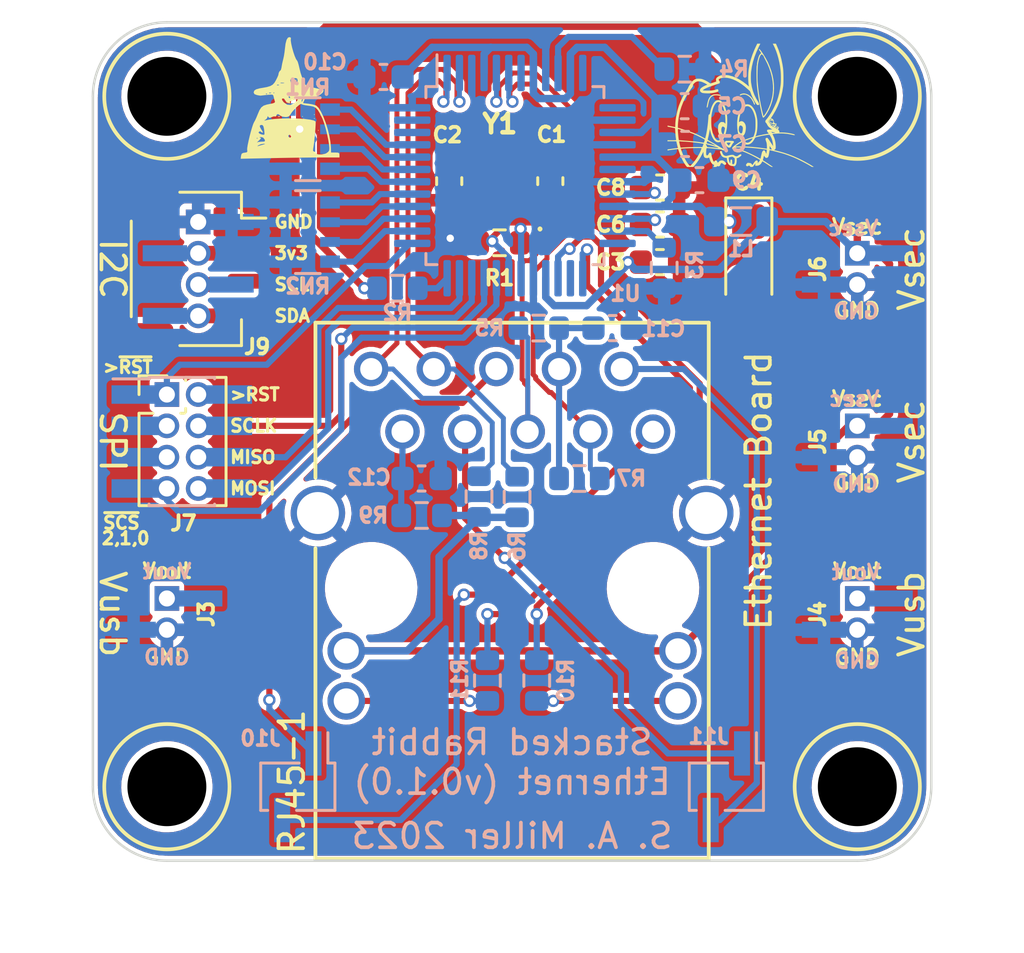
<source format=kicad_pcb>
(kicad_pcb (version 20211014) (generator pcbnew)
  (title_block (title "Ethernet") (rev "0.1.0") (company "The Nerd Mage"))
  (layers (0 "F.Cu" signal) (31 "B.Cu" signal) (34 "B.Paste" user) (35 "F.Paste" user) (36 "B.SilkS" user "B.Silkscreen") (37 "F.SilkS" user "F.Silkscreen") (38 "B.Mask" user) (39 "F.Mask" user) (44 "Edge.Cuts" user))
  (net 0 "")
  (net 1 "Vsec")
  (net 4 "SDA")
  (net 5 "SCL")
  (net 6 "Vcc?")
  (net 7 "Net-(R10-Pad1)")
  (net 8 "RCT")
  (net 9 "TCT")
  (net 10 "TD+")
  (net 11 "C-GRN")
  (net 12 "C-YEL")
  (net 13 "VB2")
  (net 14 "VA2")
  (net 15 "RD-")
  (net 16 "RD+")
  (net 17 "VB1")
  (net 18 "VA1")
  (net 19 "GND")
  (net 20 "TD-")
  (net 21 "+3.3VA")
  (net 22 "Net-(C6-Pad2)")
  (net 23 "Net-(C8-Pad2)")
  (net 24 "Net-(R2-Pad1)")
  (net 25 "Net-(R3-Pad2)")
  (net 26 "Net-(R4-Pad2)")
  (net 27 "Net-(RN1-Pad5)")
  (net 28 "Net-(RN1-Pad6)")
  (net 29 "Net-(RN1-Pad7)")
  (net 30 "Net-(RN1-Pad8)")
  (net 31 "Net-(RN2-Pad1)")
  (net 32 "Net-(RN2-Pad2)")
  (net 33 "Net-(RN2-Pad3)")
  (net 34 "Net-(RN2-Pad4)")
  (net 41 "SCLK")
  (net 42 "MOSI")
  (net 43 "MISO")
  (net 46 "Net-(C1-Pad2)")
  (net 47 "Net-(C2-Pad2)")
  (net 48 "Net-(R11-Pad1)")
  (net 49 "RESET")
  (net 50 "~{SCS}2")
  (net 51 "~{SCS}1")
  (net 52 "~{SCS}0")
  (net 53 "~{RESET}")
  (footprint "Tinker:Mount" (layer "F.Cu") (at 114 114)
    (fp_text reference "REF**" hide)
    (fp_text value "Mount" hide)
  )
  (footprint "Tinker:QWIIC_Stack_II" (layer "F.Cu") (at 87.27 93 -90)
    (fp_text reference "J9")
    (fp_text value "QWIIC_Stackable")
  )
  (footprint "Tinker:PinHeader_2x04_P1.27mm_Vertical" (layer "F.Cu") (at 86 98.095)
    (fp_text reference "J7")
    (fp_text value "Conn_01x08_Male" hide)
  )
  (footprint "Tinker:Mount" (layer "F.Cu") (at 86 114)
    (fp_text reference "REF**" hide)
    (fp_text value "Mount" hide)
  )
  (footprint "Tinker:DagNabbit" (layer "F.Cu") (at 109 87)
    (fp_text reference "REF**" hide)
    (fp_text value "DagNabbit" hide)
  )
  (footprint "Tinker:ABM825000MHz10B1UT" (layer "F.Cu") (at 99.5 89.44 90)
    (fp_text reference "Y1")
    (fp_text value "25.000MHz" hide)
  )
  (footprint "Tinker:Board_Stacker_2" (layer "F.Cu") (at 114 106.365)
    (fp_text reference "J4")
    (fp_text value "Conn_01x02_Male")
  )
  (footprint "Tinker:Mount" (layer "F.Cu") (at 114 86)
    (fp_text reference "REF**" hide)
    (fp_text value "Mount" hide)
  )
  (footprint "Resistor_SMD:R_0603_1608Metric" (layer "F.Cu") (at 99.49 91.94 180)
    (fp_text reference "R1")
    (fp_text value "1M")
  )
  (footprint "Tinker:CONN_ARJM11D7-114-AB-EW2_ABR" (layer "F.Cu") (at 100 99.6)
    (fp_text reference "RJ45-1")
    (fp_text value "ARJM11D7114ABEW2")
  )
  (footprint "Capacitor_Tantalum_SMD:CP_EIA-3216-18_Kemet-A" (layer "F.Cu") (at 109.6 92.43 -90)
    (fp_text reference "C4")
    (fp_text value "10uF")
  )
  (footprint "Tinker:Board_Stacker_2" (layer "F.Cu") (at 86 106.365)
    (fp_text reference "J3")
    (fp_text value "Conn_01x02_Male")
  )
  (footprint "Capacitor_SMD:C_0603_1608Metric" (layer "F.Cu") (at 106 89.7 180)
    (fp_text reference "C8")
    (fp_text value "4.7uF")
  )
  (footprint "Tinker:Board_Stacker_2" (layer "F.Cu") (at 114 92.365)
    (fp_text reference "J6")
    (fp_text value "Conn_01x02_Male")
  )
  (footprint "Capacitor_SMD:C_0603_1608Metric" (layer "F.Cu") (at 105.995674 92.725195 180)
    (fp_text reference "C3")
    (fp_text value "100nF")
  )
  (footprint "Tinker:Board_Stacker_2" (layer "F.Cu") (at 114 99.365)
    (fp_text reference "J5")
    (fp_text value "Conn_01x02_Male")
  )
  (footprint "Tinker:Mount" (layer "F.Cu") (at 86 86)
    (fp_text reference "REF**" hide)
    (fp_text value "Mount" hide)
  )
  (footprint "Tinker:NerdMage" (layer "F.Cu") (at 91 86)
    (fp_text reference "G***" hide)
    (fp_text value "LOGO" hide)
  )
  (footprint "Capacitor_SMD:C_0603_1608Metric" (layer "F.Cu") (at 101.55 89.44 -90)
    (fp_text reference "C1")
    (fp_text value "20pF")
  )
  (footprint "Capacitor_SMD:C_0603_1608Metric" (layer "F.Cu") (at 97.45 89.44 90)
    (fp_text reference "C2")
    (fp_text value "20pF")
  )
  (footprint "Capacitor_SMD:C_0603_1608Metric" (layer "F.Cu") (at 106 91.2 180)
    (fp_text reference "C6")
    (fp_text value "10nF")
  )
  (footprint "Resistor_SMD:R_0603_1608Metric" (layer "B.Cu") (at 102.73 101.5)
    (fp_text reference "R7")
    (fp_text value "49.9R")
  )
  (footprint "Resistor_SMD:R_Array_Convex_4x0603" (layer "B.Cu") (at 91.716138 87.738691)
    (fp_text reference "RN1")
    (fp_text value "10k")
  )
  (footprint "Resistor_SMD:R_0603_1608Metric" (layer "B.Cu") (at 106.16865 92.964746 90)
    (fp_text reference "R3")
    (fp_text value "10k")
  )
  (footprint "Connector_PinSocket_1.27mm:PinSocket_1x02_P1.27mm_Vertical_SMD_Pin1Right" (layer "B.Cu") (at 91.31 114 90)
    (fp_text reference "J10")
    (fp_text value "Conn_01x02_Male")
  )
  (footprint "Resistor_SMD:R_Array_Convex_4x0603" (layer "B.Cu") (at 91.716138 91.505822 180)
    (fp_text reference "RN2")
    (fp_text value "10k")
  )
  (footprint "Capacitor_SMD:C_0603_1608Metric" (layer "B.Cu") (at 107.017121 87.933233 180)
    (fp_text reference "C7")
    (fp_text value "100nF")
  )
  (footprint "Capacitor_SMD:C_0603_1608Metric" (layer "B.Cu") (at 107.6 89.4 180)
    (fp_text reference "C9")
    (fp_text value "100nF")
  )
  (footprint "Resistor_SMD:R_0603_1608Metric" (layer "B.Cu") (at 95.34749 93.783363 180)
    (fp_text reference "R2")
    (fp_text value "10k")
  )
  (footprint "Resistor_SMD:R_0603_1608Metric" (layer "B.Cu") (at 100.202917 102.251172 -90)
    (fp_text reference "R6")
    (fp_text value "49.9R")
  )
  (footprint "Package_QFP:LQFP-48_7x7mm_P0.5mm" (layer "B.Cu") (at 100.114818 89.215993 -90)
    (fp_text reference "U1")
    (fp_text value "W5500")
  )
  (footprint "Capacitor_SMD:C_0603_1608Metric" (layer "B.Cu") (at 104.076924 95.4 180)
    (fp_text reference "C11")
    (fp_text value "10nF")
  )
  (footprint "Capacitor_SMD:C_0603_1608Metric" (layer "B.Cu") (at 94.784213 85.214326)
    (fp_text reference "C10")
    (fp_text value "100nF")
  )
  (footprint "Resistor_SMD:R_0603_1608Metric" (layer "B.Cu") (at 101.08 95.4 180)
    (fp_text reference "R5")
    (fp_text value "49.9R")
  )
  (footprint "Resistor_SMD:R_0603_1608Metric" (layer "B.Cu") (at 99 109.695 90)
    (fp_text reference "R11")
    (fp_text value "470R")
  )
  (footprint "Capacitor_SMD:C_0603_1608Metric" (layer "B.Cu") (at 107 86.4 180)
    (fp_text reference "C5")
    (fp_text value "10nF")
  )
  (footprint "Resistor_SMD:R_0603_1608Metric" (layer "B.Cu") (at 98.658709 102.232567 -90)
    (fp_text reference "R8")
    (fp_text value "49.9R")
  )
  (footprint "Connector_PinSocket_1.27mm:PinSocket_1x02_P1.27mm_Vertical_SMD_Pin1Right" (layer "B.Cu") (at 108.69 114 90)
    (fp_text reference "J11")
    (fp_text value "Conn_01x02_Male")
  )
  (footprint "Resistor_SMD:R_0603_1608Metric" (layer "B.Cu") (at 107 84.9 180)
    (fp_text reference "R4")
    (fp_text value "12.4k")
  )
  (footprint "Resistor_SMD:R_0603_1608Metric" (layer "B.Cu") (at 96.33 103)
    (fp_text reference "R9")
    (fp_text value "10R")
  )
  (footprint "Resistor_SMD:R_0603_1608Metric" (layer "B.Cu") (at 101 109.695 90)
    (fp_text reference "R10")
    (fp_text value "470R")
  )
  (footprint "Inductor_SMD:L_0805_2012Metric" (layer "B.Cu") (at 109.283773 91.08 180)
    (fp_text reference "L1")
    (fp_text value "1uH 250mA 0805")
  )
  (footprint "Capacitor_SMD:C_0603_1608Metric" (layer "B.Cu") (at 96.33 101.5 180)
    (fp_text reference "C12")
    (fp_text value "22nF")
  )
  (gr_line (start 117 86) (end 117 114) (layer "Edge.Cuts") (width 0.1))
  (gr_arc (start 86 117) (mid 83.87868 116.12132) (end 83 114) (layer "Edge.Cuts") (width 0.1))
  (gr_arc (start 83 86) (mid 83.87868 83.87868) (end 86 83) (layer "Edge.Cuts") (width 0.1))
  (gr_line (start 86 83) (end 114 83) (layer "Edge.Cuts") (width 0.1))
  (gr_line (start 83 114) (end 83 86) (layer "Edge.Cuts") (width 0.1))
  (gr_arc (start 114 83) (mid 116.12132 83.87868) (end 117 86) (layer "Edge.Cuts") (width 0.1))
  (gr_line (start 86 117) (end 114 117) (layer "Edge.Cuts") (width 0.1))
  (gr_arc (start 117 114) (mid 116.12132 116.12132) (end 114 117) (layer "Edge.Cuts") (width 0.1))
  (gr_text "Stacked Rabbit\n${TITLE} (v${REVISION})" (at 100 113) (layer "B.SilkS") (effects (font (size 1 1)) (justify mirror)))
  (gr_text "GND" (at 85.995908 108.747728) (layer "B.SilkS") (effects (font (size 0.6 0.6) (thickness 0.125)) (justify mirror)))
  (gr_text "Vsec" (at 113.830179 91.346308) (layer "B.SilkS") (effects (font (size 0.6 0.6) (thickness 0.125)) (justify mirror)))
  (gr_text "S. A. Miller 2023" (at 100 116) (layer "B.SilkS") (effects (font (size 1 1)) (justify mirror)))
  (gr_text "Vout" (at 86.009393 105.268635) (layer "B.SilkS") (effects (font (size 0.6 0.6) (thickness 0.125)) (justify mirror)))
  (gr_text "GND" (at 113.911636 101.744492) (layer "B.SilkS") (effects (font (size 0.6 0.6) (thickness 0.125)) (justify mirror)))
  (gr_text "Vout" (at 113.950572 105.303488) (layer "B.SilkS") (effects (font (size 0.6 0.6) (thickness 0.125)) (justify mirror)))
  (gr_text "GND" (at 113.946688 94.725074) (layer "B.SilkS") (effects (font (size 0.6 0.6) (thickness 0.125)) (justify mirror)))
  (gr_text "Vsec" (at 113.872799 98.268635) (layer "B.SilkS") (effects (font (size 0.6 0.6) (thickness 0.125)) (justify mirror)))
  (gr_text "GND" (at 113.997176 108.89197) (layer "B.SilkS") (effects (font (size 0.6 0.6) (thickness 0.125)) (justify mirror)))
  (gr_text "MOSI" (at 88.5 101.905) (layer "F.SilkS") (effects (font (size 0.5 0.5) (thickness 0.125)) (justify left)))
  (gr_text "Vout" (at 114 105.245) (layer "F.SilkS") (effects (font (size 0.6 0.6) (thickness 0.125))))
  (gr_text "2,1,0" (at 84.327951 103.926161) (layer "F.SilkS") (effects (font (size 0.5 0.5) (thickness 0.125))))
  (gr_text "Vout" (at 86 105.245) (layer "F.SilkS") (effects (font (size 0.6 0.6) (thickness 0.125))))
  (gr_text ">~{RST}" (at 83.347793 96.981303) (layer "F.SilkS") (effects (font (size 0.5 0.5) (thickness 0.125)) (justify left)))
  (gr_text "3v3" (at 90.3 92.365) (layer "F.SilkS") (effects (font (size 0.5 0.5) (thickness 0.125)) (justify left)))
  (gr_text "Vsec" (at 114 91.285) (layer "F.SilkS") (effects (font (size 0.6 0.6) (thickness 0.125))))
  (gr_text "GND" (at 114 108.745) (layer "F.SilkS") (effects (font (size 0.6 0.6) (thickness 0.125))))
  (gr_text "Vsec" (at 116.2 93 90) (layer "F.SilkS") (effects (font (size 1 1))))
  (gr_text "MISO" (at 88.5 100.635) (layer "F.SilkS") (effects (font (size 0.5 0.5) (thickness 0.125)) (justify left)))
  (gr_text "Vusb" (at 116.2 107 90) (layer "F.SilkS") (effects (font (size 1 1))))
  (gr_text "GND" (at 114 94.685) (layer "F.SilkS") (effects (font (size 0.6 0.6) (thickness 0.125))))
  (gr_text "Vsec" (at 114 98.265) (layer "F.SilkS") (effects (font (size 0.6 0.6) (thickness 0.125))))
  (gr_text "SDA" (at 90.3 94.905) (layer "F.SilkS") (effects (font (size 0.5 0.5) (thickness 0.125)) (justify left)))
  (gr_text "~{SCS}" (at 83.347793 103.30044) (layer "F.SilkS") (effects (font (size 0.5 0.5) (thickness 0.125)) (justify left)))
  (gr_text "${TITLE} Board" (at 110 102 90) (layer "F.SilkS") (effects (font (size 1 1))))
  (gr_text "I2C" (at 83.8 93 -90) (layer "F.SilkS") (effects (font (size 1 1))))
  (gr_text "SPI" (at 83.8 100 -90) (layer "F.SilkS") (effects (font (size 1 1))))
  (gr_text "Vsec" (at 116.2 100 90) (layer "F.SilkS") (effects (font (size 1 1))))
  (gr_text "SCL" (at 90.3 93.635) (layer "F.SilkS") (effects (font (size 0.5 0.5) (thickness 0.125)) (justify left)))
  (gr_text ">RST" (at 88.5 98.095) (layer "F.SilkS") (effects (font (size 0.5 0.5) (thickness 0.125)) (justify left)))
  (gr_text "GND" (at 90.3 91.095) (layer "F.SilkS") (effects (font (size 0.5 0.5) (thickness 0.125)) (justify left)))
  (gr_text "GND" (at 86 108.745) (layer "F.SilkS") (effects (font (size 0.6 0.6) (thickness 0.125))))
  (gr_text "Vusb" (at 83.8 107 -90) (layer "F.SilkS") (effects (font (size 1 1))))
  (gr_text "SCLK" (at 88.5 99.365) (layer "F.SilkS") (effects (font (size 0.5 0.5) (thickness 0.125)) (justify left)))
  (gr_text "GND" (at 114 101.665) (layer "F.SilkS") (effects (font (size 0.6 0.6) (thickness 0.125))))
  (segment (start 107.442926 83.16) (end 114 89.717074) (width 0.3) (layer "F.Cu") (net 1))
  (segment (start 113.016969 102.198032) (end 106.725001 108.49) (width 0.3) (layer "F.Cu") (net 1))
  (segment (start 91.386028 84.219733) (end 92.445761 83.16) (width 0.3) (layer "F.Cu") (net 1))
  (segment (start 92.445761 83.16) (end 107.442926 83.16) (width 0.3) (layer "F.Cu") (net 1))
  (segment (start 91.733847 87.678728) (end 91.733847 91.507001) (width 0.3) (layer "F.Cu") (net 1))
  (segment (start 113.016969 100.004615) (end 113.016969 102.198032) (width 0.3) (layer "F.Cu") (net 1))
  (segment (start 93.274999 108.49) (end 106.725001 108.49) (width 0.3) (layer "F.Cu") (net 1))
  (segment (start 114.876889 92.365) (end 115.305297 92.793408) (width 0.3) (layer "F.Cu") (net 1))
  (segment (start 91.386028 87.330909) (end 91.386028 84.219733) (width 0.3) (layer "F.Cu") (net 1))
  (segment (start 115.305297 98.876818) (end 114.817115 99.365) (width 0.3) (layer "F.Cu") (net 1))
  (segment (start 91.386028 87.330909) (end 91.733847 87.678728) (width 0.3) (layer "F.Cu") (net 1))
  (segment (start 114 89.717074) (end 114 92.365) (width 0.3) (layer "F.Cu") (net 1))
  (segment (start 113.656584 99.365) (end 113.016969 100.004615) (width 0.3) (layer "F.Cu") (net 1))
  (segment (start 114 92.365) (end 114.876889 92.365) (width 0.3) (layer "F.Cu") (net 1))
  (segment (start 115.305297 92.793408) (end 115.305297 98.876818) (width 0.3) (layer "F.Cu") (net 1))
  (segment (start 91.733847 91.507001) (end 94.010209 93.783363) (width 0.3) (layer "F.Cu") (net 1))
  (segment (start 114.817115 99.365) (end 114 99.365) (width 0.3) (layer "F.Cu") (net 1))
  (segment (start 114 99.365) (end 113.656584 99.365) (width 0.3) (layer "F.Cu") (net 1))
  (via (at 104.7 92.725195) (size 0.5) (drill 0.3) (layers "F.Cu" "B.Cu") (net 1))
  (via (at 94.010209 93.783363) (size 0.5) (drill 0.3) (layers "F.Cu" "B.Cu") (net 1))
  (via (at 91.386028 87.330909) (size 0.5) (drill 0.3) (layers "F.Cu" "B.Cu") (net 1))
  (segment (start 112.715 91.08) (end 114 92.365) (width 0.3) (layer "B.Cu") (net 1))
  (segment (start 97.037273 107.197273) (end 95.744545 108.49) (width 0.3) (layer "B.Cu") (net 1))
  (segment (start 104.7 92.811141) (end 103.021862 94.489279) (width 0.3) (layer "B.Cu") (net 1))
  (segment (start 97.155 103) (end 98.601142 103) (width 0.3) (layer "B.Cu") (net 1))
  (segment (start 100.202917 103.076172) (end 98.677314 103.076172) (width 0.3) (layer "B.Cu") (net 1))
  (segment (start 104.7 92.725195) (end 104.7 92.811141) (width 0.3) (layer "B.Cu") (net 1))
  (segment (start 103.021862 94.489279) (end 101.707774 94.489279) (width 0.3) (layer "B.Cu") (net 1))
  (segment (start 98.658709 103.057567) (end 97.037273 104.679003) (width 0.3) (layer "B.Cu") (net 1))
  (segment (start 97.037273 104.679003) (end 97.037273 106.162727) (width 0.3) (layer "B.Cu") (net 1))
  (segment (start 97.037273 106.162727) (end 97.037273 107.197273) (width 0.3) (layer "B.Cu") (net 1))
  (segment (start 101.364818 93.378493) (end 101.364818 94.146323) (width 0.3) (layer "B.Cu") (net 1))
  (segment (start 98.601142 103) (end 98.658709 103.057567) (width 0.3) (layer "B.Cu") (net 1))
  (segment (start 108.405832 93.020441) (end 104.995246 93.020441) (width 0.3) (layer "B.Cu") (net 1))
  (segment (start 110.346273 91.08) (end 112.715 91.08) (width 0.3) (layer "B.Cu") (net 1))
  (segment (start 101.707774 94.489279) (end 101.364818 94.146323) (width 0.3) (layer "B.Cu") (net 1))
  (segment (start 104.995246 93.020441) (end 104.7 92.725195) (width 0.3) (layer "B.Cu") (net 1))
  (segment (start 95.744545 108.49) (end 93.274999 108.49) (width 0.3) (layer "B.Cu") (net 1))
  (segment (start 110.346273 91.08) (end 108.405832 93.020441) (width 0.3) (layer "B.Cu") (net 1))
  (segment (start 90.816138 88.138691) (end 90.816138 86.538691) (width 0.3) (layer "B.Cu") (net 1))
  (segment (start 98.677314 103.076172) (end 98.658709 103.057567) (width 0.3) (layer "B.Cu") (net 1))
  (segment (start 101.669162 110.520001) (end 106.725001 110.520001) (width 0.25) (layer "F.Cu") (net 7))
  (via (at 101.669162 110.520001) (size 0.5) (drill 0.3) (layers "F.Cu" "B.Cu") (net 7))
  (segment (start 101.669162 110.520001) (end 101 110.52) (width 0.25) (layer "B.Cu") (net 7))
  (segment (start 101.905 95.4) (end 103.301924 95.4) (width 0.25) (layer "B.Cu") (net 8))
  (segment (start 101.905 97.06) (end 101.905 95.4) (width 0.25) (layer "B.Cu") (net 8))
  (segment (start 101.905 97.06) (end 101.905 101.5) (width 0.25) (layer "B.Cu") (net 8))
  (segment (start 95.555 99.6) (end 95.555 101.5) (width 0.25) (layer "B.Cu") (net 9))
  (segment (start 95.505 103) (end 95.505 101.55) (width 0.25) (layer "B.Cu") (net 9))
  (segment (start 97.201284 84.908587) (end 96.105763 84.908587) (width 0.2) (layer "F.Cu") (net 10))
  (segment (start 97.865054 86.215991) (end 97.765187 86.116124) (width 0.2) (layer "F.Cu") (net 10))
  (segment (start 97.765184 85.730341) (end 97.765184 85.472487) (width 0.2) (layer "F.Cu") (net 10))
  (segment (start 97.765184 85.472487) (end 97.201284 84.908587) (width 0.2) (layer "F.Cu") (net 10))
  (segment (start 96.105763 84.908587) (end 95.329999 85.684351) (width 0.2) (layer "F.Cu") (net 10))
  (segment (start 95.329999 96.015001) (end 94.285 97.06) (width 0.2) (layer "F.Cu") (net 10))
  (segment (start 97.765187 86.116124) (end 97.765187 85.730344) (width 0.2) (layer "F.Cu") (net 10))
  (segment (start 95.329999 85.684351) (end 95.329999 96.015001) (width 0.2) (layer "F.Cu") (net 10))
  (segment (start 97.765187 85.730344) (end 97.765184 85.730341) (width 0.2) (layer "F.Cu") (net 10))
  (via (at 97.865054 86.215991) (size 0.5) (drill 0.3) (layers "F.Cu" "B.Cu") (net 10))
  (segment (start 98.202985 98.246288) (end 99.19651 99.239813) (width 0.2) (layer "B.Cu") (net 10))
  (segment (start 96.354556 98.246288) (end 98.202985 98.246288) (width 0.2) (layer "B.Cu") (net 10))
  (segment (start 97.864819 86.219517) (end 97.864818 85.053493) (width 0.2) (layer "B.Cu") (net 10))
  (segment (start 99.19651 99.239813) (end 99.19651 100.869766) (width 0.2) (layer "B.Cu") (net 10))
  (segment (start 95.168268 97.06) (end 96.354556 98.246288) (width 0.2) (layer "B.Cu") (net 10))
  (segment (start 99.19651 100.869766) (end 98.658709 101.407567) (width 0.2) (layer "B.Cu") (net 10))
  (segment (start 94.285 97.06) (end 95.168268 97.06) (width 0.2) (layer "B.Cu") (net 10))
  (segment (start 103.60624 92.036142) (end 103.258856 91.688758) (width 0.25) (layer "F.Cu") (net 11))
  (segment (start 102.82393 91.688758) (end 102.329281 92.183407) (width 0.25) (layer "F.Cu") (net 11))
  (segment (start 102.329281 92.183407) (end 102.329281 92.185972) (width 0.25) (layer "F.Cu") (net 11))
  (segment (start 107.607802 100.085866) (end 107.607802 97.658666) (width 0.25) (layer "F.Cu") (net 11))
  (segment (start 103.60624 93.657104) (end 103.60624 92.036142) (width 0.25) (layer "F.Cu") (net 11))
  (segment (start 103.258856 91.688758) (end 102.82393 91.688758) (width 0.25) (layer "F.Cu") (net 11))
  (segment (start 107.607802 97.658666) (end 103.60624 93.657104) (width 0.25) (layer "F.Cu") (net 11))
  (segment (start 101 107) (end 101 106.693668) (width 0.25) (layer "F.Cu") (net 11))
  (segment (start 101 106.693668) (end 107.607802 100.085866) (width 0.25) (layer "F.Cu") (net 11))
  (via (at 102.329281 92.185972) (size 0.5) (drill 0.3) (layers "F.Cu" "B.Cu") (net 11))
  (via (at 101 107) (size 0.5) (drill 0.3) (layers "F.Cu" "B.Cu") (net 11))
  (segment (start 101 108.87) (end 101 107) (width 0.25) (layer "B.Cu") (net 11))
  (segment (start 101.864818 93.378493) (end 101.864818 92.505718) (width 0.25) (layer "B.Cu") (net 11))
  (segment (start 101.864818 92.505718) (end 102.184564 92.185972) (width 0.25) (layer "B.Cu") (net 11))
  (segment (start 102.184564 92.185972) (end 102.329281 92.185972) (width 0.25) (layer "B.Cu") (net 11))
  (segment (start 99 107) (end 100.127982 107) (width 0.25) (layer "F.Cu") (net 12))
  (segment (start 100.127982 107) (end 107.207802 99.92018) (width 0.25) (layer "F.Cu") (net 12))
  (segment (start 107.207802 99.92018) (end 107.207802 97.824352) (width 0.25) (layer "F.Cu") (net 12))
  (segment (start 103.041393 93.657943) (end 103.041393 92.213758) (width 0.25) (layer "F.Cu") (net 12))
  (segment (start 107.207802 97.824352) (end 103.041393 93.657943) (width 0.25) (layer "F.Cu") (net 12))
  (via (at 99 107) (size 0.5) (drill 0.3) (layers "F.Cu" "B.Cu") (net 12))
  (via (at 103.041393 92.213758) (size 0.5) (drill 0.3) (layers "F.Cu" "B.Cu") (net 12))
  (segment (start 102.864818 93.378493) (end 102.864818 92.390333) (width 0.25) (layer "B.Cu") (net 12))
  (segment (start 102.864818 92.390333) (end 103.041393 92.213758) (width 0.25) (layer "B.Cu") (net 12))
  (segment (start 99 108.87) (end 99 107) (width 0.25) (layer "B.Cu") (net 12))
  (segment (start 99.103952 106.211048) (end 98.045781 106.211048) (width 0.25) (layer "F.Cu") (net 13))
  (segment (start 105.715 99.6) (end 99.103952 106.211048) (width 0.25) (layer "F.Cu") (net 13))
  (via (at 98.045781 106.211048) (size 0.5) (drill 0.3) (layers "F.Cu" "B.Cu") (net 13))
  (segment (start 95.483659 115.35) (end 90.675 115.35) (width 0.25) (layer "B.Cu") (net 13))
  (segment (start 98.045781 106.211048) (end 97.751162 106.505667) (width 0.25) (layer "B.Cu") (net 13))
  (segment (start 97.751162 113.082497) (end 95.483659 115.35) (width 0.25) (layer "B.Cu") (net 13))
  (segment (start 97.751162 106.505667) (end 97.751162 113.082497) (width 0.25) (layer "B.Cu") (net 13))
  (segment (start 106.959594 97.06) (end 109.925 100.025406) (width 0.25) (layer "B.Cu") (net 14))
  (segment (start 108.419415 115.35) (end 108.055 115.35) (width 0.25) (layer "B.Cu") (net 14))
  (segment (start 109.925 100.025406) (end 109.925 113.844415) (width 0.25) (layer "B.Cu") (net 14))
  (segment (start 109.925 113.844415) (end 108.419415 115.35) (width 0.25) (layer "B.Cu") (net 14))
  (segment (start 104.445 97.06) (end 106.959594 97.06) (width 0.25) (layer "B.Cu") (net 14))
  (segment (start 101.414981 92.587785) (end 100.887784 93.114981) (width 0.2) (layer "F.Cu") (net 15))
  (segment (start 100.017395 85.055537) (end 100.93206 85.055537) (width 0.2) (layer "F.Cu") (net 15))
  (segment (start 100.9565 97.3815) (end 100.9565 97.452882) (width 0.2) (layer "F.Cu") (net 15))
  (segment (start 100.857184 93.114981) (end 100.857184 97.282184) (width 0.2) (layer "F.Cu") (net 15))
  (segment (start 100.857184 97.282184) (end 100.9565 97.3815) (width 0.2) (layer "F.Cu") (net 15))
  (segment (start 99.364819 86.215992) (end 99.463356 86.117455) (width 0.2) (layer "F.Cu") (net 15))
  (segment (start 101.5835 98.0085) (end 103.175 99.6) (width 0.2) (layer "F.Cu") (net 15))
  (segment (start 101.512118 98.0085) (end 101.5835 98.0085) (width 0.2) (layer "F.Cu") (net 15))
  (segment (start 100.9565 97.452882) (end 101.512118 98.0085) (width 0.2) (layer "F.Cu") (net 15))
  (segment (start 102.893214 90.915638) (end 101.414981 92.393871) (width 0.2) (layer "F.Cu") (net 15))
  (segment (start 99.463356 85.609576) (end 100.017395 85.055537) (width 0.2) (layer "F.Cu") (net 15))
  (segment (start 102.893214 87.016691) (end 102.893214 90.915638) (width 0.2) (layer "F.Cu") (net 15))
  (segment (start 100.887784 93.114981) (end 100.857184 93.114981) (width 0.2) (layer "F.Cu") (net 15))
  (segment (start 100.93206 85.055537) (end 102.893214 87.016691) (width 0.2) (layer "F.Cu") (net 15))
  (segment (start 101.414981 92.393871) (end 101.414981 92.587785) (width 0.2) (layer "F.Cu") (net 15))
  (segment (start 99.463356 86.117455) (end 99.463356 85.609576) (width 0.2) (layer "F.Cu") (net 15))
  (via (at 99.364819 86.215992) (size 0.5) (drill 0.3) (layers "F.Cu" "B.Cu") (net 15))
  (segment (start 99.364817 86.137494) (end 99.364819 85.053493) (width 0.2) (layer "B.Cu") (net 15))
  (segment (start 103.175 101.12) (end 103.175 99.6) (width 0.2) (layer "B.Cu") (net 15))
  (segment (start 103.555 101.5) (end 103.175 101.12) (width 0.2) (layer "B.Cu") (net 15))
  (segment (start 100.507452 92.665) (end 100.407184 92.765268) (width 0.2) (layer "F.Cu") (net 16))
  (segment (start 102.443214 87.203091) (end 102.443214 90.729238) (width 0.2) (layer "F.Cu") (net 16))
  (segment (start 100.74566 85.505537) (end 102.443214 87.203091) (width 0.2) (layer "F.Cu") (net 16))
  (segment (start 102.443214 90.729238) (end 100.965 92.207452) (width 0.2) (layer "F.Cu") (net 16))
  (segment (start 100.701396 92.665) (end 100.507452 92.665) (width 0.2) (layer "F.Cu") (net 16))
  (segment (start 99.913357 85.795975) (end 100.203795 85.505537) (width 0.2) (layer "F.Cu") (net 16))
  (segment (start 100.635 97.767751) (end 100.635 99.6) (width 0.2) (layer "F.Cu") (net 16))
  (segment (start 100.203795 85.505537) (end 100.74566 85.505537) (width 0.2) (layer "F.Cu") (net 16))
  (segment (start 100.965 92.401396) (end 100.701396 92.665) (width 0.2) (layer "F.Cu") (net 16))
  (segment (start 100.014321 86.216492) (end 99.913357 86.115528) (width 0.2) (layer "F.Cu") (net 16))
  (segment (start 100.965 92.207452) (end 100.965 92.401396) (width 0.2) (layer "F.Cu") (net 16))
  (segment (start 100.407184 92.765268) (end 100.407184 97.468581) (width 0.2) (layer "F.Cu") (net 16))
  (segment (start 99.913357 86.115528) (end 99.913357 85.795975) (width 0.2) (layer "F.Cu") (net 16))
  (segment (start 100.506519 97.567916) (end 100.506519 97.639271) (width 0.2) (layer "F.Cu") (net 16))
  (segment (start 100.506519 97.639271) (end 100.635 97.767751) (width 0.2) (layer "F.Cu") (net 16))
  (segment (start 100.407184 97.468581) (end 100.506519 97.567916) (width 0.2) (layer "F.Cu") (net 16))
  (via (at 100.014321 86.216492) (size 0.5) (drill 0.3) (layers "F.Cu" "B.Cu") (net 16))
  (segment (start 100.635 99.6) (end 100.635 95.78) (width 0.2) (layer "B.Cu") (net 16))
  (segment (start 99.864819 86.0465) (end 99.864817 85.053493) (width 0.2) (layer "B.Cu") (net 16))
  (segment (start 100.011895 86.193577) (end 99.864819 86.0465) (width 0.2) (layer "B.Cu") (net 16))
  (segment (start 100.635 95.78) (end 100.255 95.4) (width 0.2) (layer "B.Cu") (net 16))
  (segment (start 97.993024 98.431976) (end 94.127739 98.431976) (width 0.25) (layer "F.Cu") (net 17))
  (segment (start 99.365 97.06) (end 97.993024 98.431976) (width 0.25) (layer "F.Cu") (net 17))
  (segment (start 94.127739 98.431976) (end 90.156368 102.403347) (width 0.25) (layer "F.Cu") (net 17))
  (segment (start 90.156368 102.403347) (end 90.156368 110.481368) (width 0.25) (layer "F.Cu") (net 17))
  (via (at 90.156368 110.481368) (size 0.5) (drill 0.3) (layers "F.Cu" "B.Cu") (net 17))
  (segment (start 90.156368 110.481368) (end 90.156368 110.861368) (width 0.25) (layer "B.Cu") (net 17))
  (segment (start 90.156368 110.861368) (end 91.945 112.65) (width 0.25) (layer "B.Cu") (net 17))
  (segment (start 98.095 99.6) (end 98.095 103.115536) (width 0.25) (layer "F.Cu") (net 18))
  (segment (start 98.095 103.115536) (end 99.700903 104.721439) (width 0.25) (layer "F.Cu") (net 18))
  (via (at 99.700903 104.721439) (size 0.5) (drill 0.3) (layers "F.Cu" "B.Cu") (net 18))
  (segment (start 104.41364 109.434176) (end 99.700903 104.721439) (width 0.25) (layer "B.Cu") (net 18))
  (segment (start 104.41364 110.73864) (end 104.41364 109.434176) (width 0.25) (layer "B.Cu") (net 18))
  (segment (start 106.325 112.65) (end 109.325 112.65) (width 0.25) (layer "B.Cu") (net 18))
  (segment (start 106.325 112.65) (end 104.41364 110.73864) (width 0.25) (layer "B.Cu") (net 18))
  (segment (start 100.74 88.665) (end 100.365 88.29) (width 0.3) (layer "F.Cu") (net 19))
  (segment (start 97.49 90.215) (end 98.24 90.215) (width 0.3) (layer "F.Cu") (net 19))
  (segment (start 101.49 88.665) (end 100.74 88.665) (width 0.3) (layer "F.Cu") (net 19))
  (segment (start 98.24 90.215) (end 98.615 90.59) (width 0.3) (layer "F.Cu") (net 19))
  (via (at 97.492134 91.75669) (size 0.5) (drill 0.3) (layers "F.Cu" "B.Cu") (net 19))
  (segment (start 97.215552 86.215992) (end 97.315185 86.116359) (width 0.2) (layer "F.Cu") (net 20))
  (segment (start 97.315185 86.116359) (end 97.315184 85.658887) (width 0.2) (layer "F.Cu") (net 20))
  (segment (start 96.292163 85.358587) (end 95.780001 85.870749) (width 0.2) (layer "F.Cu") (net 20))
  (segment (start 97.014884 85.358587) (end 96.292163 85.358587) (width 0.2) (layer "F.Cu") (net 20))
  (segment (start 95.780001 85.870749) (end 95.780001 96.015001) (width 0.2) (layer "F.Cu") (net 20))
  (segment (start 95.780001 96.015001) (end 96.825 97.06) (width 0.2) (layer "F.Cu") (net 20))
  (segment (start 97.315184 85.658887) (end 97.014884 85.358587) (width 0.2) (layer "F.Cu") (net 20))
  (via (at 97.215552 86.215992) (size 0.5) (drill 0.3) (layers "F.Cu" "B.Cu") (net 20))
  (segment (start 96.825 97.06) (end 96.825622 97.059378) (width 0.2) (layer "B.Cu") (net 20))
  (segment (start 99.646512 99.053415) (end 99.646512 100.869766) (width 0.2) (layer "B.Cu") (net 20))
  (segment (start 97.364819 86.049182) (end 97.364817 85.053493) (width 0.2) (layer "B.Cu") (net 20))
  (segment (start 99.646512 100.869766) (end 100.202917 101.426172) (width 0.2) (layer "B.Cu") (net 20))
  (segment (start 97.215553 86.198448) (end 97.364819 86.049182) (width 0.2) (layer "B.Cu") (net 20))
  (segment (start 96.825622 97.059378) (end 97.652474 97.059378) (width 0.2) (layer "B.Cu") (net 20))
  (segment (start 97.652474 97.059378) (end 99.646512 99.053415) (width 0.2) (layer "B.Cu") (net 20))
  (via (at 108.8 91.08) (size 0.6) (drill 0.4) (layers "F.Cu" "B.Cu") (net 21))
  (segment (start 100.864818 85.053493) (end 100.864818 84.285663) (width 0.3) (layer "B.Cu") (net 21))
  (segment (start 105.8 88.440681) (end 105.823262 88.440681) (width 0.3) (layer "B.Cu") (net 21))
  (segment (start 101.074594 86.090993) (end 100.864818 85.881217) (width 0.3) (layer "B.Cu") (net 21))
  (segment (start 103.757121 84.015993) (end 105.8 86.058872) (width 0.3) (layer "B.Cu") (net 21))
  (segment (start 100.864818 84.285663) (end 100.595148 84.015993) (width 0.3) (layer "B.Cu") (net 21))
  (segment (start 106.480432 89.097851) (end 106.480432 90.07504) (width 0.3) (layer "B.Cu") (net 21))
  (segment (start 107.607266 90.465993) (end 108.221273 91.08) (width 0.3) (layer "B.Cu") (net 21))
  (segment (start 105.234007 87.465993) (end 105.8 86.9) (width 0.3) (layer "B.Cu") (net 21))
  (segment (start 99.134488 84.015993) (end 98.864818 84.285663) (width 0.3) (layer "B.Cu") (net 21))
  (segment (start 102.364818 85.053493) (end 102.364818 85.890993) (width 0.3) (layer "B.Cu") (net 21))
  (segment (start 102.364818 85.890993) (end 102.164818 86.090993) (width 0.3) (layer "B.Cu") (net 21))
  (segment (start 104.277318 90.465993) (end 106.089479 90.465993) (width 0.3) (layer "B.Cu") (net 21))
  (segment (start 102.364818 84.285663) (end 102.634488 84.015993) (width 0.3) (layer "B.Cu") (net 21))
  (segment (start 105.8 86.9) (end 105.8 86.058872) (width 0.3) (layer "B.Cu") (net 21))
  (segment (start 102.634488 84.015993) (end 103.757121 84.015993) (width 0.3) (layer "B.Cu") (net 21))
  (segment (start 105.8 88.440681) (end 105.8 86.9) (width 0.3) (layer "B.Cu") (net 21))
  (segment (start 98.864818 84.285663) (end 98.864818 85.053493) (width 0.3) (layer "B.Cu") (net 21))
  (segment (start 100.595148 84.015993) (end 99.134488 84.015993) (width 0.3) (layer "B.Cu") (net 21))
  (segment (start 105.823262 88.440681) (end 105.982966 88.600385) (width 0.3) (layer "B.Cu") (net 21))
  (segment (start 105.791852 88.440681) (end 105.76654 88.465993) (width 0.3) (layer "B.Cu") (net 21))
  (segment (start 102.364818 85.053493) (end 102.364818 84.285663) (width 0.3) (layer "B.Cu") (net 21))
  (segment (start 105.76654 88.465993) (end 104.277318 88.465993) (width 0.3) (layer "B.Cu") (net 21))
  (segment (start 100.864818 85.881217) (end 100.864818 85.053493) (width 0.3) (layer "B.Cu") (net 21))
  (segment (start 105.982966 88.600385) (end 106.480432 89.097851) (width 0.3) (layer "B.Cu") (net 21))
  (segment (start 104.277318 87.465993) (end 105.234007 87.465993) (width 0.3) (layer "B.Cu") (net 21))
  (segment (start 106.089479 90.465993) (end 106.480432 90.07504) (width 0.3) (layer "B.Cu") (net 21))
  (segment (start 102.164818 86.090993) (end 101.074594 86.090993) (width 0.3) (layer "B.Cu") (net 21))
  (segment (start 104.277318 90.465993) (end 107.607266 90.465993) (width 0.3) (layer "B.Cu") (net 21))
  (segment (start 99.134488 84.015993) (end 96.757546 84.015993) (width 0.3) (layer "B.Cu") (net 21))
  (segment (start 96.757546 84.015993) (end 95.559213 85.214326) (width 0.3) (layer "B.Cu") (net 21))
  (via (at 105.793963 91.015493) (size 0.5) (drill 0.3) (layers "F.Cu" "B.Cu") (net 22))
  (segment (start 105.744463 90.965993) (end 104.277318 90.965993) (width 0.25) (layer "B.Cu") (net 22))
  (segment (start 105.793963 91.015493) (end 105.744463 90.965993) (width 0.25) (layer "B.Cu") (net 22))
  (via (at 105.783852 89.916493) (size 0.5) (drill 0.3) (layers "F.Cu" "B.Cu") (net 23))
  (segment (start 105.783852 89.916493) (end 105.734352 89.965993) (width 0.25) (layer "B.Cu") (net 23))
  (segment (start 105.734352 89.965993) (end 104.277318 89.965993) (width 0.25) (layer "B.Cu") (net 23))
  (segment (start 96.959948 93.783363) (end 97.364818 93.378493) (width 0.25) (layer "B.Cu") (net 24))
  (segment (start 96.959948 93.783363) (end 96.17249 93.783363) (width 0.25) (layer "B.Cu") (net 24))
  (segment (start 105.494897 91.465993) (end 106.16865 92.139746) (width 0.25) (layer "B.Cu") (net 25))
  (segment (start 104.277318 91.465993) (end 105.494897 91.465993) (width 0.25) (layer "B.Cu") (net 25))
  (segment (start 102.282377 83.590993) (end 104.865993 83.590993) (width 0.25) (layer "B.Cu") (net 26))
  (segment (start 101.864818 84.008552) (end 102.282377 83.590993) (width 0.25) (layer "B.Cu") (net 26))
  (segment (start 101.864818 85.053493) (end 101.864818 84.008552) (width 0.25) (layer "B.Cu") (net 26))
  (segment (start 104.865993 83.590993) (end 106.175 84.9) (width 0.25) (layer "B.Cu") (net 26))
  (segment (start 94.891119 87.965993) (end 93.463817 86.538691) (width 0.25) (layer "B.Cu") (net 27))
  (segment (start 93.463817 86.538691) (end 92.616138 86.538691) (width 0.25) (layer "B.Cu") (net 27))
  (segment (start 95.952318 87.965993) (end 94.891119 87.965993) (width 0.25) (layer "B.Cu") (net 27))
  (segment (start 93.698131 87.338691) (end 92.616138 87.338691) (width 0.25) (layer "B.Cu") (net 28))
  (segment (start 95.952318 88.465993) (end 94.825433 88.465993) (width 0.25) (layer "B.Cu") (net 28))
  (segment (start 94.825433 88.465993) (end 93.698131 87.338691) (width 0.25) (layer "B.Cu") (net 28))
  (segment (start 94.759747 88.965993) (end 93.932445 88.138691) (width 0.25) (layer "B.Cu") (net 29))
  (segment (start 93.932445 88.138691) (end 92.616138 88.138691) (width 0.25) (layer "B.Cu") (net 29))
  (segment (start 95.952318 88.965993) (end 94.759747 88.965993) (width 0.25) (layer "B.Cu") (net 29))
  (segment (start 95.952318 89.465993) (end 94.694061 89.465993) (width 0.25) (layer "B.Cu") (net 30))
  (segment (start 94.166759 88.938691) (end 92.616138 88.938691) (width 0.25) (layer "B.Cu") (net 30))
  (segment (start 94.694061 89.465993) (end 94.166759 88.938691) (width 0.25) (layer "B.Cu") (net 30))
  (segment (start 94.306572 90.305822) (end 94.646401 89.965993) (width 0.25) (layer "B.Cu") (net 31))
  (segment (start 92.616138 90.305822) (end 94.306572 90.305822) (width 0.25) (layer "B.Cu") (net 31))
  (segment (start 94.646401 89.965993) (end 95.952318 89.965993) (width 0.25) (layer "B.Cu") (net 31))
  (segment (start 94.712087 90.465993) (end 95.952318 90.465993) (width 0.25) (layer "B.Cu") (net 32))
  (segment (start 92.616138 91.105822) (end 94.072258 91.105822) (width 0.25) (layer "B.Cu") (net 32))
  (segment (start 94.072258 91.105822) (end 94.712087 90.465993) (width 0.25) (layer "B.Cu") (net 32))
  (segment (start 94.777773 90.965993) (end 95.952318 90.965993) (width 0.25) (layer "B.Cu") (net 33))
  (segment (start 93.837944 91.905822) (end 94.777773 90.965993) (width 0.25) (layer "B.Cu") (net 33))
  (segment (start 92.616138 91.905822) (end 93.837944 91.905822) (width 0.25) (layer "B.Cu") (net 33))
  (segment (start 92.616138 92.705822) (end 93.60363 92.705822) (width 0.25) (layer "B.Cu") (net 34))
  (segment (start 93.60363 92.705822) (end 94.843459 91.465993) (width 0.25) (layer "B.Cu") (net 34))
  (segment (start 94.843459 91.465993) (end 95.952318 91.465993) (width 0.25) (layer "B.Cu") (net 34))
  (segment (start 93.072545 95.842146) (end 93.072545 98.916644) (width 0.25) (layer "F.Cu") (net 41))
  (segment (start 93.072545 98.916644) (end 92.624189 99.365) (width 0.25) (layer "F.Cu") (net 41))
  (segment (start 92.624189 99.365) (end 87.27 99.365) (width 0.25) (layer "F.Cu") (net 41))
  (via (at 93.072545 95.842146) (size 0.5) (drill 0.3) (layers "F.Cu" "B.Cu") (net 41))
  (segment (start 97.869564 95.384406) (end 98.864818 94.389152) (width 0.25) (layer "B.Cu") (net 41))
  (segment (start 93.530285 95.384406) (end 97.869564 95.384406) (width 0.25) (layer "B.Cu") (net 41))
  (segment (start 98.864818 94.389152) (end 98.864818 93.378493) (width 0.25) (layer "B.Cu") (net 41))
  (segment (start 93.072545 95.842146) (end 93.530285 95.384406) (width 0.25) (layer "B.Cu") (net 41))
  (segment (start 90.111336 101.905) (end 87.27 101.905) (width 0.25) (layer "B.Cu") (net 42))
  (segment (start 92.543003 95.553521) (end 92.543003 99.473333) (width 0.25) (layer "B.Cu") (net 42))
  (segment (start 92.543003 99.473333) (end 90.111336 101.905) (width 0.25) (layer "B.Cu") (net 42))
  (segment (start 98.364818 93.378493) (end 98.364818 94.323466) (width 0.25) (layer "B.Cu") (net 42))
  (segment (start 93.112118 94.984406) (end 92.543003 95.553521) (width 0.25) (layer "B.Cu") (net 42))
  (segment (start 98.364818 94.323466) (end 97.703878 94.984406) (width 0.25) (layer "B.Cu") (net 42))
  (segment (start 97.703878 94.984406) (end 93.112118 94.984406) (width 0.25) (layer "B.Cu") (net 42))
  (segment (start 97.864818 94.233095) (end 97.513507 94.584406) (width 0.25) (layer "B.Cu") (net 43))
  (segment (start 92.143003 99.307648) (end 90.815651 100.635) (width 0.25) (layer "B.Cu") (net 43))
  (segment (start 97.864818 93.378493) (end 97.864818 94.233095) (width 0.25) (layer "B.Cu") (net 43))
  (segment (start 97.513507 94.584406) (end 92.946432 94.584406) (width 0.25) (layer "B.Cu") (net 43))
  (segment (start 92.143003 95.387836) (end 92.143003 99.307648) (width 0.25) (layer "B.Cu") (net 43))
  (segment (start 90.815651 100.635) (end 87.27 100.635) (width 0.25) (layer "B.Cu") (net 43))
  (segment (start 92.946432 94.584406) (end 92.143003 95.387836) (width 0.25) (layer "B.Cu") (net 43))
  (segment (start 100.315 91.94) (end 100.315 90.64) (width 0.25) (layer "F.Cu") (net 46))
  (segment (start 100.315 90.64) (end 100.365 90.59) (width 0.25) (layer "F.Cu") (net 46))
  (segment (start 101.49 90.215) (end 100.74 90.215) (width 0.25) (layer "F.Cu") (net 46))
  (segment (start 100.74 90.215) (end 100.365 90.59) (width 0.25) (layer "F.Cu") (net 46))
  (via (at 100.344322 91.372386) (size 0.5) (drill 0.3) (layers "F.Cu" "B.Cu") (net 46))
  (segment (start 100.364818 93.378493) (end 100.364818 91.392882) (width 0.25) (layer "B.Cu") (net 46))
  (segment (start 100.364818 91.392882) (end 100.344322 91.372386) (width 0.25) (layer "B.Cu") (net 46))
  (segment (start 97.49 88.665) (end 98.24 88.665) (width 0.25) (layer "F.Cu") (net 47))
  (segment (start 98.665 91.94) (end 98.99 91.94) (width 0.25) (layer "F.Cu") (net 47))
  (segment (start 98.24 88.665) (end 98.615 88.29) (width 0.25) (layer "F.Cu") (net 47))
  (segment (start 98.99 91.94) (end 99.480261 91.449739) (width 0.25) (layer "F.Cu") (net 47))
  (segment (start 99.480261 91.449739) (end 99.480261 89.155261) (width 0.25) (layer "F.Cu") (net 47))
  (segment (start 99.480261 89.155261) (end 98.615 88.29) (width 0.25) (layer "F.Cu") (net 47))
  (via (at 99.194893 91.874657) (size 0.5) (drill 0.3) (layers "F.Cu" "B.Cu") (net 47))
  (segment (start 99.864818 93.378493) (end 99.864818 92.544582) (width 0.25) (layer "B.Cu") (net 47))
  (segment (start 99.864818 92.544582) (end 99.194893 91.874657) (width 0.25) (layer "B.Cu") (net 47))
  (segment (start 98.276162 110.520001) (end 93.274999 110.520001) (width 0.25) (layer "F.Cu") (net 48))
  (via (at 98.276162 110.520001) (size 0.5) (drill 0.3) (layers "F.Cu" "B.Cu") (net 48))
  (segment (start 98.276162 110.520001) (end 99 110.52) (width 0.25) (layer "B.Cu") (net 48))
  (segment (start 86.441669 102.813491) (end 86 102.371822) (width 0.25) (layer "B.Cu") (net 52))
  (segment (start 93.072545 99.509478) (end 89.768531 102.813491) (width 0.25) (layer "B.Cu") (net 52))
  (segment (start 99.364818 93.378493) (end 99.364818 94.454838) (width 0.25) (layer "B.Cu") (net 52))
  (segment (start 89.768531 102.813491) (end 86.441669 102.813491) (width 0.25) (layer "B.Cu") (net 52))
  (segment (start 93.072545 96.612185) (end 93.072545 99.509478) (width 0.25) (layer "B.Cu") (net 52))
  (segment (start 98.030585 95.789071) (end 93.895659 95.789071) (width 0.25) (layer "B.Cu") (net 52))
  (segment (start 86 102.371822) (end 86 101.905) (width 0.25) (layer "B.Cu") (net 52))
  (segment (start 99.364818 94.454838) (end 98.030585 95.789071) (width 0.25) (layer "B.Cu") (net 52))
  (segment (start 93.895659 95.789071) (end 93.072545 96.612185) (width 0.25) (layer "B.Cu") (net 52))
  (segment (start 95.843697 91.965993) (end 94.925421 92.884269) (width 0.25) (layer "B.Cu") (net 53))
  (segment (start 95.952318 91.965993) (end 95.843697 91.965993) (width 0.25) (layer "B.Cu") (net 53))
  (segment (start 86.527068 96.885048) (end 86 97.412116) (width 0.25) (layer "B.Cu") (net 53))
  (segment (start 86 97.412116) (end 86 98.095) (width 0.25) (layer "B.Cu") (net 53))
  (segment (start 94.925421 92.884269) (end 94.057195 92.884269) (width 0.25) (layer "B.Cu") (net 53))
  (segment (start 94.057195 92.884269) (end 90.056416 96.885048) (width 0.25) (layer "B.Cu") (net 53))
  (segment (start 90.056416 96.885048) (end 86.527068 96.885048) (width 0.25) (layer "B.Cu") (net 53))
  (zone (net 19) (net_name "GND") (layer "F.Cu") (connect_pads (clearance 0.2)) (min_thickness 0.2) (fill yes (thermal_gap 0.254) (thermal_bridge_width 0.508))
    (polygon (pts (xy 118.582229 117.809465) (xy 81.651499 117.809467) (xy 81.651498 82.584881) (xy 118.582228 82.584879)))
  )
  (zone (net 19) (net_name "GND") (layer "B.Cu") (connect_pads (clearance 0.2)) (min_thickness 0.2) (fill yes (thermal_gap 0.254) (thermal_bridge_width 0.508))
    (polygon (pts (xy 119.380001 118.507005) (xy 80.682697 118.507005) (xy 80.682697 82.09421) (xy 119.380001 82.09421)))
  )
)
</source>
